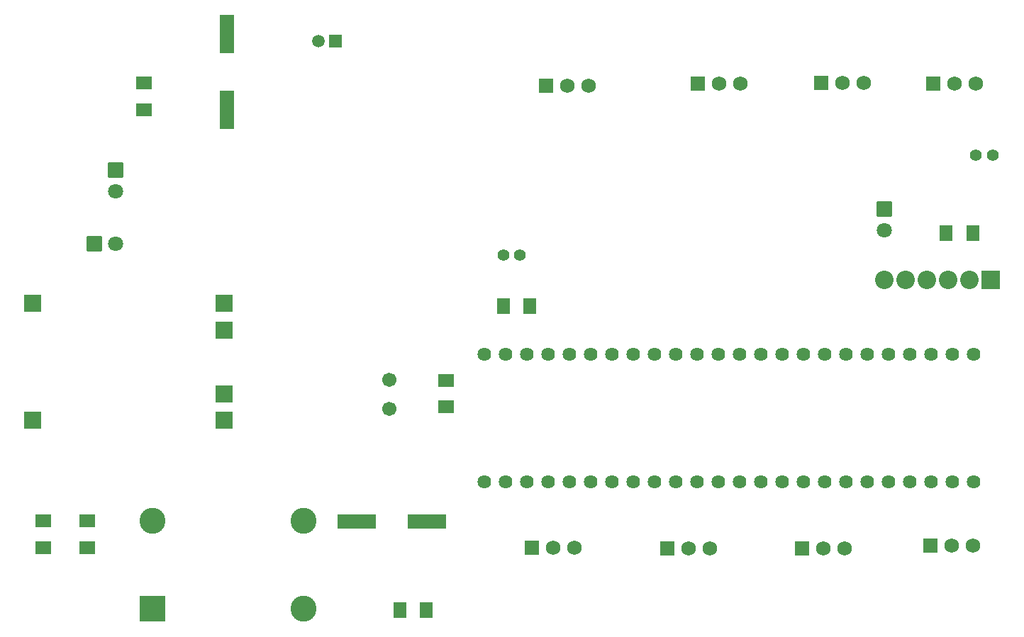
<source format=gts>
G04 Layer: TopSolderMaskLayer*
G04 EasyEDA v6.5.48, 2025-01-21 18:12:01*
G04 3cc8b20af66c43ca95afa0c2ca323a4b,765c05e22f3a42938d5e8e897a1d4f6f,10*
G04 Gerber Generator version 0.2*
G04 Scale: 100 percent, Rotated: No, Reflected: No *
G04 Dimensions in millimeters *
G04 leading zeros omitted , absolute positions ,4 integer and 5 decimal *
%FSLAX45Y45*%
%MOMM*%

%AMMACRO1*4,1,8,-0.8466,-0.8763,-0.8763,-0.8465,-0.8763,0.8466,-0.8466,0.8763,0.8465,0.8763,0.8763,0.8466,0.8763,-0.8465,0.8465,-0.8763,-0.8466,-0.8763,0*%
%AMMACRO2*4,1,8,-1.0428,-1.1024,-1.1024,-1.0428,-1.1024,1.0428,-1.0428,1.1024,1.0428,1.1024,1.1024,1.0428,1.1024,-1.0428,1.0428,-1.1024,-1.0428,-1.1024,0*%
%AMMACRO3*4,1,8,-0.846,-2.3008,-0.8758,-2.271,-0.8758,2.2711,-0.846,2.3008,0.846,2.3008,0.8758,2.2711,0.8758,-2.271,0.846,-2.3008,-0.846,-2.3008,0*%
%AMMACRO4*4,1,8,-0.8851,-0.7933,-0.9148,-0.7635,-0.9148,0.7635,-0.8851,0.7933,0.885,0.7933,0.9148,0.7635,0.9148,-0.7635,0.885,-0.7933,-0.8851,-0.7933,0*%
%AMMACRO5*4,1,8,-0.8711,-0.9008,-0.9008,-0.871,-0.9008,0.8711,-0.8711,0.9008,0.871,0.9008,0.9008,0.8711,0.9008,-0.871,0.871,-0.9008,-0.8711,-0.9008,0*%
%AMMACRO6*4,1,8,-1.5211,-1.5508,-1.5508,-1.521,-1.5508,1.5211,-1.5211,1.5508,1.521,1.5508,1.5508,1.5211,1.5508,-1.521,1.521,-1.5508,-1.5211,-1.5508,0*%
%AMMACRO7*4,1,8,-0.9421,-1.0516,-1.0016,-0.9921,-1.0016,0.9921,-0.9421,1.0516,0.9421,1.0516,1.0016,0.9921,1.0016,-0.9921,0.9421,-1.0516,-0.9421,-1.0516,0*%
%AMMACRO8*4,1,8,-0.7711,-0.7508,-0.8008,-0.721,-0.8008,0.7211,-0.7711,0.7508,0.771,0.7508,0.8008,0.7211,0.8008,-0.721,0.771,-0.7508,-0.7711,-0.7508,0*%
%AMMACRO9*4,1,8,-0.7635,-0.9148,-0.7933,-0.885,-0.7933,0.8851,-0.7635,0.9148,0.7635,0.9148,0.7933,0.8851,0.7933,-0.885,0.7635,-0.9148,-0.7635,-0.9148,0*%
%AMMACRO10*4,1,8,-2.2711,-0.8758,-2.3008,-0.846,-2.3008,0.846,-2.2711,0.8758,2.271,0.8758,2.3008,0.846,2.3008,-0.846,2.271,-0.8758,-2.2711,-0.8758,0*%
%ADD10MACRO1*%
%ADD11C,1.7526*%
%ADD12MACRO2*%
%ADD13C,2.2032*%
%ADD14MACRO3*%
%ADD15MACRO4*%
%ADD16C,1.8016*%
%ADD17MACRO5*%
%ADD18C,1.6256*%
%ADD19MACRO6*%
%ADD20C,3.1016*%
%ADD21MACRO7*%
%ADD22MACRO8*%
%ADD23C,1.5016*%
%ADD24MACRO9*%
%ADD25MACRO10*%
%ADD26C,1.7016*%
%ADD27C,1.4016*%

%LPD*%
D10*
G01*
X6106988Y-6682986D03*
D11*
G01*
X6360998Y-6682994D03*
G01*
X6614998Y-6682994D03*
D10*
G01*
X7730985Y-6697987D03*
D11*
G01*
X7984997Y-6697979D03*
G01*
X8238997Y-6697979D03*
D10*
G01*
X9334980Y-6690987D03*
D11*
G01*
X9588982Y-6690995D03*
G01*
X9842982Y-6690995D03*
D10*
G01*
X10865977Y-6658985D03*
D11*
G01*
X11119967Y-6658990D03*
G01*
X11373967Y-6658990D03*
D10*
G01*
X10902977Y-1139997D03*
D11*
G01*
X11156975Y-1140002D03*
G01*
X11410975Y-1140002D03*
D10*
G01*
X9562980Y-1133998D03*
D11*
G01*
X9816972Y-1134008D03*
G01*
X10070972Y-1134008D03*
D10*
G01*
X8092983Y-1137998D03*
D11*
G01*
X8346973Y-1137996D03*
G01*
X8600973Y-1137996D03*
D10*
G01*
X6279987Y-1161996D03*
D11*
G01*
X6533997Y-1161999D03*
G01*
X6787997Y-1161999D03*
D12*
G01*
X11587977Y-3487994D03*
D13*
G01*
X11333962Y-3488004D03*
G01*
X11079962Y-3488004D03*
G01*
X10825962Y-3488004D03*
G01*
X10571962Y-3488004D03*
G01*
X10317962Y-3488004D03*
D14*
G01*
X2465994Y-550000D03*
G01*
X2465994Y-1449995D03*
D15*
G01*
X1480997Y-1450248D03*
G01*
X1480997Y-1131747D03*
D16*
G01*
X10320985Y-2892018D03*
D17*
G01*
X10320981Y-2637997D03*
D16*
G01*
X1143000Y-2431008D03*
D17*
G01*
X1142998Y-2176997D03*
D18*
G01*
X11383289Y-5902020D03*
G01*
X10875289Y-5902020D03*
G01*
X10621289Y-5902020D03*
G01*
X11129289Y-5902020D03*
G01*
X10367289Y-5902020D03*
G01*
X11129289Y-4378020D03*
G01*
X11383289Y-4378020D03*
G01*
X10113289Y-5902020D03*
G01*
X10113289Y-4378020D03*
G01*
X10367289Y-4378020D03*
G01*
X10621289Y-4378020D03*
G01*
X10875289Y-4378020D03*
G01*
X9859289Y-5902020D03*
G01*
X9351289Y-5902020D03*
G01*
X9097289Y-5902020D03*
G01*
X8843289Y-5902020D03*
G01*
X8589289Y-5902020D03*
G01*
X8335289Y-5902020D03*
G01*
X8081289Y-5902020D03*
G01*
X7827289Y-5902020D03*
G01*
X7573289Y-5902020D03*
G01*
X7319289Y-5902020D03*
G01*
X7065289Y-5902020D03*
G01*
X6811289Y-5902020D03*
G01*
X6557289Y-5902020D03*
G01*
X6303289Y-5902020D03*
G01*
X6049289Y-5902020D03*
G01*
X5795289Y-5902020D03*
G01*
X5541289Y-5902020D03*
G01*
X5541289Y-4378020D03*
G01*
X5795289Y-4378020D03*
G01*
X6049289Y-4378020D03*
G01*
X6303289Y-4378020D03*
G01*
X6557289Y-4378020D03*
G01*
X6811289Y-4378020D03*
G01*
X7065289Y-4378020D03*
G01*
X7319289Y-4378020D03*
G01*
X7573289Y-4378020D03*
G01*
X7827289Y-4378020D03*
G01*
X8081289Y-4378020D03*
G01*
X8335289Y-4378020D03*
G01*
X8589289Y-4378020D03*
G01*
X8843289Y-4378020D03*
G01*
X9097289Y-4378020D03*
G01*
X9351289Y-4378020D03*
G01*
X9859289Y-4378020D03*
G01*
X9605289Y-4378020D03*
G01*
X9605289Y-5902020D03*
D19*
G01*
X1582295Y-7416035D03*
D20*
G01*
X1582318Y-6361937D03*
G01*
X3385718Y-7416037D03*
G01*
X3385718Y-6361937D03*
D21*
G01*
X152115Y-3764859D03*
G01*
X152115Y-5164907D03*
G01*
X2438115Y-3764859D03*
G01*
X2438115Y-5161859D03*
G01*
X2438115Y-4082359D03*
G01*
X2438115Y-4844359D03*
D22*
G01*
X3762993Y-631997D03*
D23*
G01*
X3562984Y-632002D03*
D24*
G01*
X4850241Y-7428984D03*
G01*
X4531740Y-7428984D03*
D16*
G01*
X1139012Y-3053003D03*
D17*
G01*
X885000Y-3052992D03*
D15*
G01*
X801997Y-6682237D03*
G01*
X801997Y-6363736D03*
D25*
G01*
X4858985Y-6370975D03*
G01*
X4018989Y-6370975D03*
D26*
G01*
X4409998Y-5029987D03*
G01*
X4409998Y-4679975D03*
D15*
G01*
X5083990Y-4685741D03*
G01*
X5083990Y-5004241D03*
D27*
G01*
X5969990Y-3187014D03*
G01*
X5769990Y-3187014D03*
G01*
X11612981Y-1994001D03*
G01*
X11412981Y-1994001D03*
D24*
G01*
X5768738Y-3796992D03*
G01*
X6087239Y-3796992D03*
G01*
X11376228Y-2922993D03*
G01*
X11057727Y-2922993D03*
D15*
G01*
X273050Y-6684256D03*
G01*
X273050Y-6365755D03*
M02*

</source>
